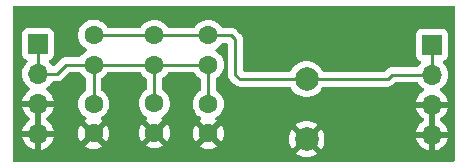
<source format=gbr>
%TF.GenerationSoftware,KiCad,Pcbnew,(6.0.7)*%
%TF.CreationDate,2024-06-12T17:15:33-04:00*%
%TF.ProjectId,DCR BPF V1,44435220-4250-4462-9056-312e6b696361,rev?*%
%TF.SameCoordinates,Original*%
%TF.FileFunction,Copper,L1,Top*%
%TF.FilePolarity,Positive*%
%FSLAX46Y46*%
G04 Gerber Fmt 4.6, Leading zero omitted, Abs format (unit mm)*
G04 Created by KiCad (PCBNEW (6.0.7)) date 2024-06-12 17:15:33*
%MOMM*%
%LPD*%
G01*
G04 APERTURE LIST*
%TA.AperFunction,ComponentPad*%
%ADD10C,1.600000*%
%TD*%
%TA.AperFunction,ComponentPad*%
%ADD11R,1.700000X1.700000*%
%TD*%
%TA.AperFunction,ComponentPad*%
%ADD12O,1.700000X1.700000*%
%TD*%
%TA.AperFunction,ComponentPad*%
%ADD13C,2.000000*%
%TD*%
%TA.AperFunction,Conductor*%
%ADD14C,0.250000*%
%TD*%
G04 APERTURE END LIST*
D10*
%TO.P,C5,1*%
%TO.N,Net-(C1-Pad1)*%
X54356000Y-59690000D03*
%TO.P,C5,2*%
%TO.N,Net-(C4-Pad2)*%
X54356000Y-57190000D03*
%TD*%
%TO.P,C6,1*%
%TO.N,Net-(C1-Pad1)*%
X58928000Y-59690000D03*
%TO.P,C6,2*%
%TO.N,Net-(C4-Pad2)*%
X58928000Y-57190000D03*
%TD*%
%TO.P,C3,1*%
%TO.N,Net-(C1-Pad1)*%
X58928000Y-62992000D03*
%TO.P,C3,2*%
%TO.N,GND*%
X58928000Y-65492000D03*
%TD*%
D11*
%TO.P,J1,1,Pin_1*%
%TO.N,Net-(C1-Pad1)*%
X44513500Y-57922000D03*
D12*
%TO.P,J1,2,Pin_2*%
X44513500Y-60462000D03*
%TO.P,J1,3,Pin_3*%
%TO.N,GND*%
X44513500Y-63002000D03*
%TO.P,J1,4,Pin_4*%
X44513500Y-65542000D03*
%TD*%
D10*
%TO.P,C4,1*%
%TO.N,Net-(C1-Pad1)*%
X49212500Y-59670000D03*
%TO.P,C4,2*%
%TO.N,Net-(C4-Pad2)*%
X49212500Y-57170000D03*
%TD*%
%TO.P,C1,1*%
%TO.N,Net-(C1-Pad1)*%
X49212500Y-62992000D03*
%TO.P,C1,2*%
%TO.N,GND*%
X49212500Y-65492000D03*
%TD*%
D11*
%TO.P,J2,1,Pin_1*%
%TO.N,Net-(C4-Pad2)*%
X77851000Y-57985500D03*
D12*
%TO.P,J2,2,Pin_2*%
X77851000Y-60525500D03*
%TO.P,J2,3,Pin_3*%
%TO.N,GND*%
X77851000Y-63065500D03*
%TO.P,J2,4,Pin_4*%
X77851000Y-65605500D03*
%TD*%
D13*
%TO.P,L1,1,1*%
%TO.N,Net-(C4-Pad2)*%
X67246500Y-60896500D03*
%TO.P,L1,2,2*%
%TO.N,GND*%
X67246500Y-65976500D03*
%TD*%
D10*
%TO.P,C2,1*%
%TO.N,Net-(C1-Pad1)*%
X54356000Y-62948500D03*
%TO.P,C2,2*%
%TO.N,GND*%
X54356000Y-65448500D03*
%TD*%
D14*
%TO.N,Net-(C1-Pad1)*%
X49212500Y-59670000D02*
X54336000Y-59670000D01*
X54356000Y-59690000D02*
X58928000Y-59690000D01*
X46091000Y-60462000D02*
X46883000Y-59670000D01*
X49212500Y-59670000D02*
X49212500Y-62992000D01*
X44513500Y-60462000D02*
X46091000Y-60462000D01*
X44513500Y-57922000D02*
X44513500Y-60462000D01*
X58928000Y-59690000D02*
X58928000Y-62992000D01*
X46883000Y-59670000D02*
X49212500Y-59670000D01*
X54356000Y-59690000D02*
X54356000Y-62948500D01*
X54336000Y-59670000D02*
X54356000Y-59690000D01*
%TO.N,Net-(C4-Pad2)*%
X75311000Y-60515500D02*
X75321000Y-60525500D01*
X67246500Y-60896500D02*
X74104500Y-60896500D01*
X49212500Y-57170000D02*
X54336000Y-57170000D01*
X54336000Y-57170000D02*
X54356000Y-57190000D01*
X60873000Y-57190000D02*
X61214000Y-57531000D01*
X61214000Y-60515500D02*
X61595000Y-60896500D01*
X61595000Y-60896500D02*
X67246500Y-60896500D01*
X54356000Y-57190000D02*
X58928000Y-57190000D01*
X74485500Y-60515500D02*
X75311000Y-60515500D01*
X58928000Y-57190000D02*
X60873000Y-57190000D01*
X61214000Y-57531000D02*
X61214000Y-60515500D01*
X75321000Y-60525500D02*
X77851000Y-60525500D01*
X77851000Y-57985500D02*
X77851000Y-60525500D01*
X74104500Y-60896500D02*
X74485500Y-60515500D01*
%TD*%
%TA.AperFunction,Conductor*%
%TO.N,GND*%
G36*
X79761121Y-54694002D02*
G01*
X79807614Y-54747658D01*
X79819000Y-54800000D01*
X79819000Y-67755000D01*
X79798998Y-67823121D01*
X79745342Y-67869614D01*
X79693000Y-67881000D01*
X42481000Y-67881000D01*
X42412879Y-67860998D01*
X42366386Y-67807342D01*
X42355000Y-67755000D01*
X42355000Y-67209170D01*
X66378660Y-67209170D01*
X66384387Y-67216820D01*
X66555542Y-67321705D01*
X66564337Y-67326187D01*
X66774488Y-67413234D01*
X66783873Y-67416283D01*
X67005054Y-67469385D01*
X67014801Y-67470928D01*
X67241570Y-67488775D01*
X67251430Y-67488775D01*
X67478199Y-67470928D01*
X67487946Y-67469385D01*
X67709127Y-67416283D01*
X67718512Y-67413234D01*
X67928663Y-67326187D01*
X67937458Y-67321705D01*
X68104945Y-67219068D01*
X68114407Y-67208610D01*
X68110624Y-67199834D01*
X67259312Y-66348522D01*
X67245368Y-66340908D01*
X67243535Y-66341039D01*
X67236920Y-66345290D01*
X66385420Y-67196790D01*
X66378660Y-67209170D01*
X42355000Y-67209170D01*
X42355000Y-65809966D01*
X43181757Y-65809966D01*
X43212065Y-65944446D01*
X43215145Y-65954275D01*
X43295270Y-66151603D01*
X43299913Y-66160794D01*
X43411194Y-66342388D01*
X43417277Y-66350699D01*
X43556713Y-66511667D01*
X43564080Y-66518883D01*
X43727934Y-66654916D01*
X43736381Y-66660831D01*
X43920256Y-66768279D01*
X43929542Y-66772729D01*
X44128501Y-66848703D01*
X44138399Y-66851579D01*
X44241750Y-66872606D01*
X44255799Y-66871410D01*
X44259500Y-66861065D01*
X44259500Y-66860517D01*
X44767500Y-66860517D01*
X44771564Y-66874359D01*
X44784978Y-66876393D01*
X44791684Y-66875534D01*
X44801762Y-66873392D01*
X45005755Y-66812191D01*
X45015342Y-66808433D01*
X45206595Y-66714739D01*
X45215445Y-66709464D01*
X45388828Y-66585792D01*
X45396700Y-66579139D01*
X45397781Y-66578062D01*
X48490993Y-66578062D01*
X48500289Y-66590077D01*
X48551494Y-66625931D01*
X48560989Y-66631414D01*
X48758447Y-66723490D01*
X48768739Y-66727236D01*
X48979188Y-66783625D01*
X48989981Y-66785528D01*
X49207025Y-66804517D01*
X49217975Y-66804517D01*
X49435019Y-66785528D01*
X49445812Y-66783625D01*
X49656261Y-66727236D01*
X49666553Y-66723490D01*
X49864011Y-66631414D01*
X49873506Y-66625931D01*
X49925548Y-66589491D01*
X49933924Y-66579012D01*
X49926856Y-66565566D01*
X49895852Y-66534562D01*
X53634493Y-66534562D01*
X53643789Y-66546577D01*
X53694994Y-66582431D01*
X53704489Y-66587914D01*
X53901947Y-66679990D01*
X53912239Y-66683736D01*
X54122688Y-66740125D01*
X54133481Y-66742028D01*
X54350525Y-66761017D01*
X54361475Y-66761017D01*
X54578519Y-66742028D01*
X54589312Y-66740125D01*
X54799761Y-66683736D01*
X54810053Y-66679990D01*
X55007511Y-66587914D01*
X55017006Y-66582431D01*
X55023246Y-66578062D01*
X58206493Y-66578062D01*
X58215789Y-66590077D01*
X58266994Y-66625931D01*
X58276489Y-66631414D01*
X58473947Y-66723490D01*
X58484239Y-66727236D01*
X58694688Y-66783625D01*
X58705481Y-66785528D01*
X58922525Y-66804517D01*
X58933475Y-66804517D01*
X59150519Y-66785528D01*
X59161312Y-66783625D01*
X59371761Y-66727236D01*
X59382053Y-66723490D01*
X59579511Y-66631414D01*
X59589006Y-66625931D01*
X59641048Y-66589491D01*
X59649424Y-66579012D01*
X59642356Y-66565566D01*
X58940812Y-65864022D01*
X58926868Y-65856408D01*
X58925035Y-65856539D01*
X58918420Y-65860790D01*
X58212923Y-66566287D01*
X58206493Y-66578062D01*
X55023246Y-66578062D01*
X55069048Y-66545991D01*
X55077424Y-66535512D01*
X55070356Y-66522066D01*
X54368812Y-65820522D01*
X54354868Y-65812908D01*
X54353035Y-65813039D01*
X54346420Y-65817290D01*
X53640923Y-66522787D01*
X53634493Y-66534562D01*
X49895852Y-66534562D01*
X49225312Y-65864022D01*
X49211368Y-65856408D01*
X49209535Y-65856539D01*
X49202920Y-65860790D01*
X48497423Y-66566287D01*
X48490993Y-66578062D01*
X45397781Y-66578062D01*
X45547552Y-66428812D01*
X45554230Y-66420965D01*
X45678503Y-66248020D01*
X45683813Y-66239183D01*
X45778170Y-66048267D01*
X45781969Y-66038672D01*
X45843877Y-65834910D01*
X45846055Y-65824837D01*
X45847486Y-65813962D01*
X45845275Y-65799778D01*
X45832117Y-65796000D01*
X44785615Y-65796000D01*
X44770376Y-65800475D01*
X44769171Y-65801865D01*
X44767500Y-65809548D01*
X44767500Y-66860517D01*
X44259500Y-66860517D01*
X44259500Y-65814115D01*
X44255025Y-65798876D01*
X44253635Y-65797671D01*
X44245952Y-65796000D01*
X43196725Y-65796000D01*
X43183194Y-65799973D01*
X43181757Y-65809966D01*
X42355000Y-65809966D01*
X42355000Y-65497475D01*
X47899983Y-65497475D01*
X47918972Y-65714519D01*
X47920875Y-65725312D01*
X47977264Y-65935761D01*
X47981010Y-65946053D01*
X48073086Y-66143511D01*
X48078569Y-66153006D01*
X48115009Y-66205048D01*
X48125488Y-66213424D01*
X48138934Y-66206356D01*
X48840478Y-65504812D01*
X48846856Y-65493132D01*
X49576908Y-65493132D01*
X49577039Y-65494965D01*
X49581290Y-65501580D01*
X50286787Y-66207077D01*
X50298562Y-66213507D01*
X50310577Y-66204211D01*
X50346431Y-66153006D01*
X50351914Y-66143511D01*
X50443990Y-65946053D01*
X50447736Y-65935761D01*
X50504125Y-65725312D01*
X50506028Y-65714519D01*
X50525017Y-65497475D01*
X50525017Y-65486525D01*
X50522169Y-65453975D01*
X53043483Y-65453975D01*
X53062472Y-65671019D01*
X53064375Y-65681812D01*
X53120764Y-65892261D01*
X53124510Y-65902553D01*
X53216586Y-66100011D01*
X53222069Y-66109506D01*
X53258509Y-66161548D01*
X53268988Y-66169924D01*
X53282434Y-66162856D01*
X53983978Y-65461312D01*
X53990356Y-65449632D01*
X54720408Y-65449632D01*
X54720539Y-65451465D01*
X54724790Y-65458080D01*
X55430287Y-66163577D01*
X55442062Y-66170007D01*
X55454077Y-66160711D01*
X55489931Y-66109506D01*
X55495414Y-66100011D01*
X55587490Y-65902553D01*
X55591236Y-65892261D01*
X55647625Y-65681812D01*
X55649528Y-65671019D01*
X55664711Y-65497475D01*
X57615483Y-65497475D01*
X57634472Y-65714519D01*
X57636375Y-65725312D01*
X57692764Y-65935761D01*
X57696510Y-65946053D01*
X57788586Y-66143511D01*
X57794069Y-66153006D01*
X57830509Y-66205048D01*
X57840988Y-66213424D01*
X57854434Y-66206356D01*
X58555978Y-65504812D01*
X58562356Y-65493132D01*
X59292408Y-65493132D01*
X59292539Y-65494965D01*
X59296790Y-65501580D01*
X60002287Y-66207077D01*
X60014062Y-66213507D01*
X60026077Y-66204211D01*
X60061931Y-66153006D01*
X60067414Y-66143511D01*
X60142993Y-65981430D01*
X65734225Y-65981430D01*
X65752072Y-66208199D01*
X65753615Y-66217946D01*
X65806717Y-66439127D01*
X65809766Y-66448512D01*
X65896813Y-66658663D01*
X65901295Y-66667458D01*
X66003932Y-66834945D01*
X66014390Y-66844407D01*
X66023166Y-66840624D01*
X66874478Y-65989312D01*
X66880856Y-65977632D01*
X67610908Y-65977632D01*
X67611039Y-65979465D01*
X67615290Y-65986080D01*
X68466790Y-66837580D01*
X68479170Y-66844340D01*
X68486820Y-66838613D01*
X68591705Y-66667458D01*
X68596187Y-66658663D01*
X68683234Y-66448512D01*
X68686283Y-66439127D01*
X68739385Y-66217946D01*
X68740928Y-66208199D01*
X68758775Y-65981430D01*
X68758775Y-65971570D01*
X68751054Y-65873466D01*
X76519257Y-65873466D01*
X76549565Y-66007946D01*
X76552645Y-66017775D01*
X76632770Y-66215103D01*
X76637413Y-66224294D01*
X76748694Y-66405888D01*
X76754777Y-66414199D01*
X76894213Y-66575167D01*
X76901580Y-66582383D01*
X77065434Y-66718416D01*
X77073881Y-66724331D01*
X77257756Y-66831779D01*
X77267042Y-66836229D01*
X77466001Y-66912203D01*
X77475899Y-66915079D01*
X77579250Y-66936106D01*
X77593299Y-66934910D01*
X77597000Y-66924565D01*
X77597000Y-66924017D01*
X78105000Y-66924017D01*
X78109064Y-66937859D01*
X78122478Y-66939893D01*
X78129184Y-66939034D01*
X78139262Y-66936892D01*
X78343255Y-66875691D01*
X78352842Y-66871933D01*
X78544095Y-66778239D01*
X78552945Y-66772964D01*
X78726328Y-66649292D01*
X78734200Y-66642639D01*
X78885052Y-66492312D01*
X78891730Y-66484465D01*
X79016003Y-66311520D01*
X79021313Y-66302683D01*
X79115670Y-66111767D01*
X79119469Y-66102172D01*
X79181377Y-65898410D01*
X79183555Y-65888337D01*
X79184986Y-65877462D01*
X79182775Y-65863278D01*
X79169617Y-65859500D01*
X78123115Y-65859500D01*
X78107876Y-65863975D01*
X78106671Y-65865365D01*
X78105000Y-65873048D01*
X78105000Y-66924017D01*
X77597000Y-66924017D01*
X77597000Y-65877615D01*
X77592525Y-65862376D01*
X77591135Y-65861171D01*
X77583452Y-65859500D01*
X76534225Y-65859500D01*
X76520694Y-65863473D01*
X76519257Y-65873466D01*
X68751054Y-65873466D01*
X68740928Y-65744801D01*
X68739385Y-65735054D01*
X68686283Y-65513873D01*
X68683234Y-65504488D01*
X68614970Y-65339683D01*
X76515389Y-65339683D01*
X76516912Y-65348107D01*
X76529292Y-65351500D01*
X77578885Y-65351500D01*
X77594124Y-65347025D01*
X77595329Y-65345635D01*
X77597000Y-65337952D01*
X77597000Y-65333385D01*
X78105000Y-65333385D01*
X78109475Y-65348624D01*
X78110865Y-65349829D01*
X78118548Y-65351500D01*
X79169344Y-65351500D01*
X79182875Y-65347527D01*
X79184180Y-65338447D01*
X79142214Y-65171375D01*
X79138894Y-65161624D01*
X79053972Y-64966314D01*
X79049105Y-64957239D01*
X78933426Y-64778426D01*
X78927136Y-64770257D01*
X78783806Y-64612740D01*
X78776273Y-64605715D01*
X78609139Y-64473722D01*
X78600552Y-64468017D01*
X78563116Y-64447351D01*
X78513146Y-64396919D01*
X78498374Y-64327476D01*
X78523490Y-64261071D01*
X78550842Y-64234464D01*
X78726327Y-64109292D01*
X78734200Y-64102639D01*
X78885052Y-63952312D01*
X78891730Y-63944465D01*
X79016003Y-63771520D01*
X79021313Y-63762683D01*
X79115670Y-63571767D01*
X79119469Y-63562172D01*
X79181377Y-63358410D01*
X79183555Y-63348337D01*
X79184986Y-63337462D01*
X79182775Y-63323278D01*
X79169617Y-63319500D01*
X78123115Y-63319500D01*
X78107876Y-63323975D01*
X78106671Y-63325365D01*
X78105000Y-63333048D01*
X78105000Y-65333385D01*
X77597000Y-65333385D01*
X77597000Y-63337615D01*
X77592525Y-63322376D01*
X77591135Y-63321171D01*
X77583452Y-63319500D01*
X76534225Y-63319500D01*
X76520694Y-63323473D01*
X76519257Y-63333466D01*
X76549565Y-63467946D01*
X76552645Y-63477775D01*
X76632770Y-63675103D01*
X76637413Y-63684294D01*
X76748694Y-63865888D01*
X76754777Y-63874199D01*
X76894213Y-64035167D01*
X76901580Y-64042383D01*
X77065434Y-64178416D01*
X77073881Y-64184331D01*
X77143479Y-64225001D01*
X77192203Y-64276640D01*
X77205274Y-64346423D01*
X77178543Y-64412194D01*
X77138087Y-64445553D01*
X77129462Y-64450042D01*
X77120738Y-64455536D01*
X76950433Y-64583405D01*
X76942726Y-64590248D01*
X76795590Y-64744217D01*
X76789104Y-64752227D01*
X76669098Y-64928149D01*
X76664000Y-64937123D01*
X76574338Y-65130283D01*
X76570775Y-65139970D01*
X76515389Y-65339683D01*
X68614970Y-65339683D01*
X68596187Y-65294337D01*
X68591705Y-65285542D01*
X68489068Y-65118055D01*
X68478610Y-65108593D01*
X68469834Y-65112376D01*
X67618522Y-65963688D01*
X67610908Y-65977632D01*
X66880856Y-65977632D01*
X66882092Y-65975368D01*
X66881961Y-65973535D01*
X66877710Y-65966920D01*
X66026210Y-65115420D01*
X66013830Y-65108660D01*
X66006180Y-65114387D01*
X65901295Y-65285542D01*
X65896813Y-65294337D01*
X65809766Y-65504488D01*
X65806717Y-65513873D01*
X65753615Y-65735054D01*
X65752072Y-65744801D01*
X65734225Y-65971570D01*
X65734225Y-65981430D01*
X60142993Y-65981430D01*
X60159490Y-65946053D01*
X60163236Y-65935761D01*
X60219625Y-65725312D01*
X60221528Y-65714519D01*
X60240517Y-65497475D01*
X60240517Y-65486525D01*
X60221528Y-65269481D01*
X60219625Y-65258688D01*
X60163236Y-65048239D01*
X60159490Y-65037947D01*
X60067414Y-64840489D01*
X60061931Y-64830994D01*
X60025491Y-64778952D01*
X60015012Y-64770576D01*
X60001566Y-64777644D01*
X59300022Y-65479188D01*
X59292408Y-65493132D01*
X58562356Y-65493132D01*
X58563592Y-65490868D01*
X58563461Y-65489035D01*
X58559210Y-65482420D01*
X57853713Y-64776923D01*
X57841938Y-64770493D01*
X57829923Y-64779789D01*
X57794069Y-64830994D01*
X57788586Y-64840489D01*
X57696510Y-65037947D01*
X57692764Y-65048239D01*
X57636375Y-65258688D01*
X57634472Y-65269481D01*
X57615483Y-65486525D01*
X57615483Y-65497475D01*
X55664711Y-65497475D01*
X55668517Y-65453975D01*
X55668517Y-65443025D01*
X55649528Y-65225981D01*
X55647625Y-65215188D01*
X55591236Y-65004739D01*
X55587490Y-64994447D01*
X55495414Y-64796989D01*
X55489931Y-64787494D01*
X55453491Y-64735452D01*
X55443012Y-64727076D01*
X55429566Y-64734144D01*
X54728022Y-65435688D01*
X54720408Y-65449632D01*
X53990356Y-65449632D01*
X53991592Y-65447368D01*
X53991461Y-65445535D01*
X53987210Y-65438920D01*
X53281713Y-64733423D01*
X53269938Y-64726993D01*
X53257923Y-64736289D01*
X53222069Y-64787494D01*
X53216586Y-64796989D01*
X53124510Y-64994447D01*
X53120764Y-65004739D01*
X53064375Y-65215188D01*
X53062472Y-65225981D01*
X53043483Y-65443025D01*
X53043483Y-65453975D01*
X50522169Y-65453975D01*
X50506028Y-65269481D01*
X50504125Y-65258688D01*
X50447736Y-65048239D01*
X50443990Y-65037947D01*
X50351914Y-64840489D01*
X50346431Y-64830994D01*
X50309991Y-64778952D01*
X50299512Y-64770576D01*
X50286066Y-64777644D01*
X49584522Y-65479188D01*
X49576908Y-65493132D01*
X48846856Y-65493132D01*
X48848092Y-65490868D01*
X48847961Y-65489035D01*
X48843710Y-65482420D01*
X48138213Y-64776923D01*
X48126438Y-64770493D01*
X48114423Y-64779789D01*
X48078569Y-64830994D01*
X48073086Y-64840489D01*
X47981010Y-65037947D01*
X47977264Y-65048239D01*
X47920875Y-65258688D01*
X47918972Y-65269481D01*
X47899983Y-65486525D01*
X47899983Y-65497475D01*
X42355000Y-65497475D01*
X42355000Y-65276183D01*
X43177889Y-65276183D01*
X43179412Y-65284607D01*
X43191792Y-65288000D01*
X44241385Y-65288000D01*
X44256624Y-65283525D01*
X44257829Y-65282135D01*
X44259500Y-65274452D01*
X44259500Y-65269885D01*
X44767500Y-65269885D01*
X44771975Y-65285124D01*
X44773365Y-65286329D01*
X44781048Y-65288000D01*
X45831844Y-65288000D01*
X45845375Y-65284027D01*
X45846680Y-65274947D01*
X45804714Y-65107875D01*
X45801394Y-65098124D01*
X45716472Y-64902814D01*
X45711605Y-64893739D01*
X45595926Y-64714926D01*
X45589636Y-64706757D01*
X45446306Y-64549240D01*
X45438773Y-64542215D01*
X45271639Y-64410222D01*
X45263052Y-64404517D01*
X45225616Y-64383851D01*
X45175646Y-64333419D01*
X45160874Y-64263976D01*
X45185990Y-64197571D01*
X45213342Y-64170964D01*
X45388827Y-64045792D01*
X45396700Y-64039139D01*
X45547552Y-63888812D01*
X45554230Y-63880965D01*
X45678503Y-63708020D01*
X45683813Y-63699183D01*
X45778170Y-63508267D01*
X45781969Y-63498672D01*
X45843877Y-63294910D01*
X45846055Y-63284837D01*
X45847486Y-63273962D01*
X45845275Y-63259778D01*
X45832117Y-63256000D01*
X44785615Y-63256000D01*
X44770376Y-63260475D01*
X44769171Y-63261865D01*
X44767500Y-63269548D01*
X44767500Y-65269885D01*
X44259500Y-65269885D01*
X44259500Y-63274115D01*
X44255025Y-63258876D01*
X44253635Y-63257671D01*
X44245952Y-63256000D01*
X43196725Y-63256000D01*
X43183194Y-63259973D01*
X43181757Y-63269966D01*
X43212065Y-63404446D01*
X43215145Y-63414275D01*
X43295270Y-63611603D01*
X43299913Y-63620794D01*
X43411194Y-63802388D01*
X43417277Y-63810699D01*
X43556713Y-63971667D01*
X43564080Y-63978883D01*
X43727934Y-64114916D01*
X43736381Y-64120831D01*
X43805979Y-64161501D01*
X43854703Y-64213140D01*
X43867774Y-64282923D01*
X43841043Y-64348694D01*
X43800587Y-64382053D01*
X43791962Y-64386542D01*
X43783238Y-64392036D01*
X43612933Y-64519905D01*
X43605226Y-64526748D01*
X43458090Y-64680717D01*
X43451604Y-64688727D01*
X43331598Y-64864649D01*
X43326500Y-64873623D01*
X43236838Y-65066783D01*
X43233275Y-65076470D01*
X43177889Y-65276183D01*
X42355000Y-65276183D01*
X42355000Y-60428695D01*
X43150751Y-60428695D01*
X43151048Y-60433848D01*
X43151048Y-60433851D01*
X43159979Y-60588740D01*
X43163610Y-60651715D01*
X43164747Y-60656761D01*
X43164748Y-60656767D01*
X43177965Y-60715412D01*
X43212722Y-60869639D01*
X43272514Y-61016890D01*
X43290162Y-61060351D01*
X43296766Y-61076616D01*
X43413487Y-61267088D01*
X43559750Y-61435938D01*
X43731626Y-61578632D01*
X43805455Y-61621774D01*
X43854179Y-61673412D01*
X43867250Y-61743195D01*
X43840519Y-61808967D01*
X43800062Y-61842327D01*
X43791957Y-61846546D01*
X43783238Y-61852036D01*
X43612933Y-61979905D01*
X43605226Y-61986748D01*
X43458090Y-62140717D01*
X43451604Y-62148727D01*
X43331598Y-62324649D01*
X43326500Y-62333623D01*
X43236838Y-62526783D01*
X43233275Y-62536470D01*
X43177889Y-62736183D01*
X43179412Y-62744607D01*
X43191792Y-62748000D01*
X45831844Y-62748000D01*
X45845375Y-62744027D01*
X45846680Y-62734947D01*
X45804714Y-62567875D01*
X45801394Y-62558124D01*
X45716472Y-62362814D01*
X45711605Y-62353739D01*
X45595926Y-62174926D01*
X45589636Y-62166757D01*
X45446306Y-62009240D01*
X45438773Y-62002215D01*
X45271639Y-61870222D01*
X45263056Y-61864520D01*
X45226102Y-61844120D01*
X45176131Y-61793687D01*
X45161359Y-61724245D01*
X45186475Y-61657839D01*
X45213827Y-61631232D01*
X45280797Y-61583463D01*
X45393360Y-61503173D01*
X45400047Y-61496510D01*
X45492085Y-61404792D01*
X45551596Y-61345489D01*
X45562304Y-61330588D01*
X45678935Y-61168277D01*
X45681953Y-61164077D01*
X45684246Y-61159437D01*
X45685946Y-61156608D01*
X45738174Y-61108518D01*
X45793951Y-61095500D01*
X46012233Y-61095500D01*
X46023416Y-61096027D01*
X46030909Y-61097702D01*
X46038835Y-61097453D01*
X46038836Y-61097453D01*
X46098986Y-61095562D01*
X46102945Y-61095500D01*
X46130856Y-61095500D01*
X46134791Y-61095003D01*
X46134856Y-61094995D01*
X46146693Y-61094062D01*
X46178951Y-61093048D01*
X46182970Y-61092922D01*
X46190889Y-61092673D01*
X46210343Y-61087021D01*
X46229700Y-61083013D01*
X46241930Y-61081468D01*
X46241931Y-61081468D01*
X46249797Y-61080474D01*
X46257168Y-61077555D01*
X46257170Y-61077555D01*
X46290912Y-61064196D01*
X46302142Y-61060351D01*
X46336983Y-61050229D01*
X46336984Y-61050229D01*
X46344593Y-61048018D01*
X46351412Y-61043985D01*
X46351417Y-61043983D01*
X46362028Y-61037707D01*
X46379776Y-61029012D01*
X46398617Y-61021552D01*
X46434387Y-60995564D01*
X46444307Y-60989048D01*
X46475535Y-60970580D01*
X46475538Y-60970578D01*
X46482362Y-60966542D01*
X46496683Y-60952221D01*
X46511717Y-60939380D01*
X46528107Y-60927472D01*
X46556298Y-60893395D01*
X46564288Y-60884616D01*
X47108499Y-60340405D01*
X47170811Y-60306379D01*
X47197594Y-60303500D01*
X47993106Y-60303500D01*
X48061227Y-60323502D01*
X48096319Y-60357229D01*
X48203143Y-60509789D01*
X48206302Y-60514300D01*
X48368200Y-60676198D01*
X48372708Y-60679355D01*
X48372711Y-60679357D01*
X48525271Y-60786181D01*
X48569599Y-60841638D01*
X48579000Y-60889394D01*
X48579000Y-61772606D01*
X48558998Y-61840727D01*
X48525271Y-61875819D01*
X48372711Y-61982643D01*
X48372708Y-61982645D01*
X48368200Y-61985802D01*
X48206302Y-62147700D01*
X48203145Y-62152208D01*
X48203143Y-62152211D01*
X48148495Y-62230257D01*
X48074977Y-62335251D01*
X48072654Y-62340233D01*
X48072651Y-62340238D01*
X48032514Y-62426314D01*
X47978216Y-62542757D01*
X47976794Y-62548065D01*
X47976793Y-62548067D01*
X47926718Y-62734947D01*
X47918957Y-62763913D01*
X47899002Y-62992000D01*
X47918957Y-63220087D01*
X47920381Y-63225400D01*
X47920381Y-63225402D01*
X47946043Y-63321171D01*
X47978216Y-63441243D01*
X47980539Y-63446224D01*
X47980539Y-63446225D01*
X48072651Y-63643762D01*
X48072654Y-63643767D01*
X48074977Y-63648749D01*
X48116479Y-63708020D01*
X48178572Y-63796697D01*
X48206302Y-63836300D01*
X48368200Y-63998198D01*
X48372708Y-64001355D01*
X48372711Y-64001357D01*
X48436171Y-64045792D01*
X48555751Y-64129523D01*
X48560735Y-64131847D01*
X48563028Y-64133171D01*
X48612021Y-64184553D01*
X48625457Y-64254267D01*
X48599071Y-64320178D01*
X48563028Y-64351409D01*
X48551498Y-64358066D01*
X48499452Y-64394509D01*
X48491076Y-64404988D01*
X48498144Y-64418434D01*
X49199688Y-65119978D01*
X49213632Y-65127592D01*
X49215465Y-65127461D01*
X49222080Y-65123210D01*
X49927577Y-64417713D01*
X49934007Y-64405938D01*
X49924711Y-64393923D01*
X49873502Y-64358066D01*
X49861972Y-64351409D01*
X49812979Y-64300027D01*
X49799542Y-64230313D01*
X49825929Y-64164402D01*
X49861972Y-64133171D01*
X49864265Y-64131847D01*
X49869249Y-64129523D01*
X49988829Y-64045792D01*
X50052289Y-64001357D01*
X50052292Y-64001355D01*
X50056800Y-63998198D01*
X50218698Y-63836300D01*
X50246429Y-63796697D01*
X50308521Y-63708020D01*
X50350023Y-63648749D01*
X50352346Y-63643767D01*
X50352349Y-63643762D01*
X50444461Y-63446225D01*
X50444461Y-63446224D01*
X50446784Y-63441243D01*
X50478958Y-63321171D01*
X50504619Y-63225402D01*
X50504619Y-63225400D01*
X50506043Y-63220087D01*
X50525998Y-62992000D01*
X50506043Y-62763913D01*
X50498282Y-62734947D01*
X50448207Y-62548067D01*
X50448206Y-62548065D01*
X50446784Y-62542757D01*
X50392486Y-62426314D01*
X50352349Y-62340238D01*
X50352346Y-62340233D01*
X50350023Y-62335251D01*
X50276505Y-62230257D01*
X50221857Y-62152211D01*
X50221855Y-62152208D01*
X50218698Y-62147700D01*
X50056800Y-61985802D01*
X50052292Y-61982645D01*
X50052289Y-61982643D01*
X49899729Y-61875819D01*
X49855401Y-61820362D01*
X49846000Y-61772606D01*
X49846000Y-60889394D01*
X49866002Y-60821273D01*
X49899729Y-60786181D01*
X50052289Y-60679357D01*
X50052292Y-60679355D01*
X50056800Y-60676198D01*
X50218698Y-60514300D01*
X50221857Y-60509789D01*
X50328681Y-60357229D01*
X50384138Y-60312901D01*
X50431894Y-60303500D01*
X53122602Y-60303500D01*
X53190723Y-60323502D01*
X53225815Y-60357229D01*
X53343611Y-60525458D01*
X53349802Y-60534300D01*
X53511700Y-60696198D01*
X53516208Y-60699355D01*
X53516211Y-60699357D01*
X53668771Y-60806181D01*
X53713099Y-60861638D01*
X53722500Y-60909394D01*
X53722500Y-61729106D01*
X53702498Y-61797227D01*
X53668771Y-61832319D01*
X53516211Y-61939143D01*
X53516208Y-61939145D01*
X53511700Y-61942302D01*
X53349802Y-62104200D01*
X53346645Y-62108708D01*
X53346643Y-62108711D01*
X53319343Y-62147700D01*
X53218477Y-62291751D01*
X53216154Y-62296733D01*
X53216151Y-62296738D01*
X53124039Y-62494275D01*
X53121716Y-62499257D01*
X53120294Y-62504565D01*
X53120293Y-62504567D01*
X53086315Y-62631375D01*
X53062457Y-62720413D01*
X53042502Y-62948500D01*
X53062457Y-63176587D01*
X53063881Y-63181900D01*
X53063881Y-63181902D01*
X53108478Y-63348337D01*
X53121716Y-63397743D01*
X53124039Y-63402724D01*
X53124039Y-63402725D01*
X53216151Y-63600262D01*
X53216154Y-63600267D01*
X53218477Y-63605249D01*
X53290438Y-63708020D01*
X53334902Y-63771520D01*
X53349802Y-63792800D01*
X53511700Y-63954698D01*
X53516208Y-63957855D01*
X53516211Y-63957857D01*
X53568259Y-63994301D01*
X53699251Y-64086023D01*
X53704235Y-64088347D01*
X53706528Y-64089671D01*
X53755521Y-64141053D01*
X53768957Y-64210767D01*
X53742571Y-64276678D01*
X53706528Y-64307909D01*
X53694998Y-64314566D01*
X53642952Y-64351009D01*
X53634576Y-64361488D01*
X53641644Y-64374934D01*
X54343188Y-65076478D01*
X54357132Y-65084092D01*
X54358965Y-65083961D01*
X54365580Y-65079710D01*
X55071077Y-64374213D01*
X55077507Y-64362438D01*
X55068211Y-64350423D01*
X55017002Y-64314566D01*
X55005472Y-64307909D01*
X54956479Y-64256527D01*
X54943042Y-64186813D01*
X54969429Y-64120902D01*
X55005472Y-64089671D01*
X55007765Y-64088347D01*
X55012749Y-64086023D01*
X55143741Y-63994301D01*
X55195789Y-63957857D01*
X55195792Y-63957855D01*
X55200300Y-63954698D01*
X55362198Y-63792800D01*
X55377099Y-63771520D01*
X55421562Y-63708020D01*
X55493523Y-63605249D01*
X55495846Y-63600267D01*
X55495849Y-63600262D01*
X55587961Y-63402725D01*
X55587961Y-63402724D01*
X55590284Y-63397743D01*
X55603523Y-63348337D01*
X55648119Y-63181902D01*
X55648119Y-63181900D01*
X55649543Y-63176587D01*
X55669498Y-62948500D01*
X55649543Y-62720413D01*
X55625685Y-62631375D01*
X55591707Y-62504567D01*
X55591706Y-62504565D01*
X55590284Y-62499257D01*
X55587961Y-62494275D01*
X55495849Y-62296738D01*
X55495846Y-62296733D01*
X55493523Y-62291751D01*
X55392657Y-62147700D01*
X55365357Y-62108711D01*
X55365355Y-62108708D01*
X55362198Y-62104200D01*
X55200300Y-61942302D01*
X55195792Y-61939145D01*
X55195789Y-61939143D01*
X55043229Y-61832319D01*
X54998901Y-61776862D01*
X54989500Y-61729106D01*
X54989500Y-60909394D01*
X55009502Y-60841273D01*
X55043229Y-60806181D01*
X55195789Y-60699357D01*
X55195792Y-60699355D01*
X55200300Y-60696198D01*
X55362198Y-60534300D01*
X55368360Y-60525500D01*
X55472181Y-60377229D01*
X55527638Y-60332901D01*
X55575394Y-60323500D01*
X57708606Y-60323500D01*
X57776727Y-60343502D01*
X57811819Y-60377229D01*
X57915640Y-60525500D01*
X57921802Y-60534300D01*
X58083700Y-60696198D01*
X58088208Y-60699355D01*
X58088211Y-60699357D01*
X58240771Y-60806181D01*
X58285099Y-60861638D01*
X58294500Y-60909394D01*
X58294500Y-61772606D01*
X58274498Y-61840727D01*
X58240771Y-61875819D01*
X58088211Y-61982643D01*
X58088208Y-61982645D01*
X58083700Y-61985802D01*
X57921802Y-62147700D01*
X57918645Y-62152208D01*
X57918643Y-62152211D01*
X57863995Y-62230257D01*
X57790477Y-62335251D01*
X57788154Y-62340233D01*
X57788151Y-62340238D01*
X57748014Y-62426314D01*
X57693716Y-62542757D01*
X57692294Y-62548065D01*
X57692293Y-62548067D01*
X57642218Y-62734947D01*
X57634457Y-62763913D01*
X57614502Y-62992000D01*
X57634457Y-63220087D01*
X57635881Y-63225400D01*
X57635881Y-63225402D01*
X57661543Y-63321171D01*
X57693716Y-63441243D01*
X57696039Y-63446224D01*
X57696039Y-63446225D01*
X57788151Y-63643762D01*
X57788154Y-63643767D01*
X57790477Y-63648749D01*
X57831979Y-63708020D01*
X57894072Y-63796697D01*
X57921802Y-63836300D01*
X58083700Y-63998198D01*
X58088208Y-64001355D01*
X58088211Y-64001357D01*
X58151671Y-64045792D01*
X58271251Y-64129523D01*
X58276235Y-64131847D01*
X58278528Y-64133171D01*
X58327521Y-64184553D01*
X58340957Y-64254267D01*
X58314571Y-64320178D01*
X58278528Y-64351409D01*
X58266998Y-64358066D01*
X58214952Y-64394509D01*
X58206576Y-64404988D01*
X58213644Y-64418434D01*
X58915188Y-65119978D01*
X58929132Y-65127592D01*
X58930965Y-65127461D01*
X58937580Y-65123210D01*
X59316400Y-64744390D01*
X66378593Y-64744390D01*
X66382376Y-64753166D01*
X67233688Y-65604478D01*
X67247632Y-65612092D01*
X67249465Y-65611961D01*
X67256080Y-65607710D01*
X68107580Y-64756210D01*
X68114340Y-64743830D01*
X68108613Y-64736180D01*
X67937458Y-64631295D01*
X67928663Y-64626813D01*
X67718512Y-64539766D01*
X67709127Y-64536717D01*
X67487946Y-64483615D01*
X67478199Y-64482072D01*
X67251430Y-64464225D01*
X67241570Y-64464225D01*
X67014801Y-64482072D01*
X67005054Y-64483615D01*
X66783873Y-64536717D01*
X66774488Y-64539766D01*
X66564337Y-64626813D01*
X66555542Y-64631295D01*
X66388055Y-64733932D01*
X66378593Y-64744390D01*
X59316400Y-64744390D01*
X59643077Y-64417713D01*
X59649507Y-64405938D01*
X59640211Y-64393923D01*
X59589002Y-64358066D01*
X59577472Y-64351409D01*
X59528479Y-64300027D01*
X59515042Y-64230313D01*
X59541429Y-64164402D01*
X59577472Y-64133171D01*
X59579765Y-64131847D01*
X59584749Y-64129523D01*
X59704329Y-64045792D01*
X59767789Y-64001357D01*
X59767792Y-64001355D01*
X59772300Y-63998198D01*
X59934198Y-63836300D01*
X59961929Y-63796697D01*
X60024021Y-63708020D01*
X60065523Y-63648749D01*
X60067846Y-63643767D01*
X60067849Y-63643762D01*
X60159961Y-63446225D01*
X60159961Y-63446224D01*
X60162284Y-63441243D01*
X60194458Y-63321171D01*
X60220119Y-63225402D01*
X60220119Y-63225400D01*
X60221543Y-63220087D01*
X60241498Y-62992000D01*
X60221543Y-62763913D01*
X60213782Y-62734947D01*
X60163707Y-62548067D01*
X60163706Y-62548065D01*
X60162284Y-62542757D01*
X60107986Y-62426314D01*
X60067849Y-62340238D01*
X60067846Y-62340233D01*
X60065523Y-62335251D01*
X59992005Y-62230257D01*
X59937357Y-62152211D01*
X59937355Y-62152208D01*
X59934198Y-62147700D01*
X59772300Y-61985802D01*
X59767792Y-61982645D01*
X59767789Y-61982643D01*
X59615229Y-61875819D01*
X59570901Y-61820362D01*
X59561500Y-61772606D01*
X59561500Y-60909394D01*
X59581502Y-60841273D01*
X59615229Y-60806181D01*
X59767789Y-60699357D01*
X59767792Y-60699355D01*
X59772300Y-60696198D01*
X59934198Y-60534300D01*
X59940390Y-60525458D01*
X60011738Y-60423562D01*
X60065523Y-60346749D01*
X60067846Y-60341767D01*
X60067849Y-60341762D01*
X60159961Y-60144225D01*
X60159961Y-60144224D01*
X60162284Y-60139243D01*
X60176497Y-60086202D01*
X60220119Y-59923402D01*
X60220119Y-59923400D01*
X60221543Y-59918087D01*
X60241498Y-59690000D01*
X60221543Y-59461913D01*
X60220023Y-59456240D01*
X60163707Y-59246067D01*
X60163706Y-59246065D01*
X60162284Y-59240757D01*
X60151313Y-59217229D01*
X60067849Y-59038238D01*
X60067846Y-59038233D01*
X60065523Y-59033251D01*
X59965018Y-58889715D01*
X59937357Y-58850211D01*
X59937355Y-58850208D01*
X59934198Y-58845700D01*
X59772300Y-58683802D01*
X59767792Y-58680645D01*
X59767789Y-58680643D01*
X59589253Y-58555631D01*
X59584749Y-58552477D01*
X59579767Y-58550154D01*
X59577973Y-58549118D01*
X59528981Y-58497734D01*
X59515546Y-58428021D01*
X59541934Y-58362110D01*
X59577973Y-58330882D01*
X59579767Y-58329846D01*
X59584749Y-58327523D01*
X59664124Y-58271944D01*
X59767789Y-58199357D01*
X59767792Y-58199355D01*
X59772300Y-58196198D01*
X59934198Y-58034300D01*
X59937357Y-58029789D01*
X60044181Y-57877229D01*
X60099638Y-57832901D01*
X60147394Y-57823500D01*
X60454500Y-57823500D01*
X60522621Y-57843502D01*
X60569114Y-57897158D01*
X60580500Y-57949500D01*
X60580500Y-60436733D01*
X60579973Y-60447916D01*
X60578298Y-60455409D01*
X60578547Y-60463335D01*
X60578547Y-60463336D01*
X60580438Y-60523486D01*
X60580500Y-60527445D01*
X60580500Y-60555356D01*
X60580997Y-60559290D01*
X60580997Y-60559291D01*
X60581005Y-60559356D01*
X60581938Y-60571193D01*
X60583327Y-60615389D01*
X60588978Y-60634839D01*
X60592987Y-60654200D01*
X60595526Y-60674297D01*
X60598445Y-60681668D01*
X60598445Y-60681670D01*
X60611804Y-60715412D01*
X60615649Y-60726642D01*
X60627982Y-60769093D01*
X60632015Y-60775912D01*
X60632017Y-60775917D01*
X60638293Y-60786528D01*
X60646988Y-60804276D01*
X60654448Y-60823117D01*
X60659110Y-60829533D01*
X60659110Y-60829534D01*
X60680436Y-60858887D01*
X60686952Y-60868807D01*
X60701494Y-60893395D01*
X60709458Y-60906862D01*
X60723779Y-60921183D01*
X60736619Y-60936216D01*
X60748528Y-60952607D01*
X60770254Y-60970580D01*
X60782605Y-60980798D01*
X60791384Y-60988788D01*
X61091343Y-61288747D01*
X61098887Y-61297037D01*
X61103000Y-61303518D01*
X61108777Y-61308943D01*
X61152667Y-61350158D01*
X61155509Y-61352913D01*
X61175230Y-61372634D01*
X61178425Y-61375112D01*
X61187447Y-61382818D01*
X61219679Y-61413086D01*
X61226628Y-61416906D01*
X61237432Y-61422846D01*
X61253956Y-61433699D01*
X61269959Y-61446113D01*
X61310543Y-61463676D01*
X61321173Y-61468883D01*
X61359940Y-61490195D01*
X61367617Y-61492166D01*
X61367622Y-61492168D01*
X61379558Y-61495232D01*
X61398266Y-61501637D01*
X61416855Y-61509681D01*
X61424680Y-61510920D01*
X61424682Y-61510921D01*
X61460519Y-61516597D01*
X61472140Y-61519004D01*
X61503959Y-61527173D01*
X61514970Y-61530000D01*
X61535231Y-61530000D01*
X61554940Y-61531551D01*
X61574943Y-61534719D01*
X61582835Y-61533973D01*
X61588062Y-61533479D01*
X61618954Y-61530559D01*
X61630811Y-61530000D01*
X65794934Y-61530000D01*
X65863055Y-61550002D01*
X65902367Y-61590165D01*
X66019741Y-61781702D01*
X66019745Y-61781708D01*
X66022324Y-61785916D01*
X66176531Y-61966469D01*
X66180287Y-61969677D01*
X66195468Y-61982643D01*
X66357084Y-62120676D01*
X66361292Y-62123255D01*
X66361298Y-62123259D01*
X66555317Y-62242154D01*
X66559537Y-62244740D01*
X66564107Y-62246633D01*
X66564111Y-62246635D01*
X66767168Y-62330743D01*
X66778906Y-62335605D01*
X66854440Y-62353739D01*
X67004976Y-62389880D01*
X67004982Y-62389881D01*
X67009789Y-62391035D01*
X67246500Y-62409665D01*
X67483211Y-62391035D01*
X67488018Y-62389881D01*
X67488024Y-62389880D01*
X67638560Y-62353739D01*
X67714094Y-62335605D01*
X67725832Y-62330743D01*
X67928889Y-62246635D01*
X67928893Y-62246633D01*
X67933463Y-62244740D01*
X67937683Y-62242154D01*
X68131702Y-62123259D01*
X68131708Y-62123255D01*
X68135916Y-62120676D01*
X68297532Y-61982643D01*
X68312713Y-61969677D01*
X68316469Y-61966469D01*
X68470676Y-61785916D01*
X68473255Y-61781708D01*
X68473259Y-61781702D01*
X68590633Y-61590165D01*
X68643281Y-61542534D01*
X68698066Y-61530000D01*
X74025733Y-61530000D01*
X74036916Y-61530527D01*
X74044409Y-61532202D01*
X74052335Y-61531953D01*
X74052336Y-61531953D01*
X74112486Y-61530062D01*
X74116445Y-61530000D01*
X74144356Y-61530000D01*
X74148291Y-61529503D01*
X74148356Y-61529495D01*
X74160193Y-61528562D01*
X74192451Y-61527548D01*
X74196470Y-61527422D01*
X74204389Y-61527173D01*
X74223843Y-61521521D01*
X74243200Y-61517513D01*
X74255430Y-61515968D01*
X74255431Y-61515968D01*
X74263297Y-61514974D01*
X74270668Y-61512055D01*
X74270670Y-61512055D01*
X74304412Y-61498696D01*
X74315642Y-61494851D01*
X74350483Y-61484729D01*
X74350484Y-61484729D01*
X74358093Y-61482518D01*
X74364912Y-61478485D01*
X74364917Y-61478483D01*
X74375528Y-61472207D01*
X74393276Y-61463512D01*
X74412117Y-61456052D01*
X74432487Y-61441253D01*
X74447887Y-61430064D01*
X74457807Y-61423548D01*
X74489035Y-61405080D01*
X74489038Y-61405078D01*
X74495862Y-61401042D01*
X74510183Y-61386721D01*
X74525217Y-61373880D01*
X74526932Y-61372634D01*
X74541607Y-61361972D01*
X74569798Y-61327895D01*
X74577788Y-61319116D01*
X74710999Y-61185905D01*
X74773311Y-61151879D01*
X74800094Y-61149000D01*
X75186107Y-61149000D01*
X75217442Y-61152959D01*
X75240970Y-61159000D01*
X75261224Y-61159000D01*
X75280934Y-61160551D01*
X75300943Y-61163720D01*
X75308835Y-61162974D01*
X75344961Y-61159559D01*
X75356819Y-61159000D01*
X76575274Y-61159000D01*
X76643395Y-61179002D01*
X76682707Y-61219165D01*
X76750987Y-61330588D01*
X76897250Y-61499438D01*
X77069126Y-61642132D01*
X77122656Y-61673412D01*
X77142955Y-61685274D01*
X77191679Y-61736912D01*
X77204750Y-61806695D01*
X77178019Y-61872467D01*
X77137562Y-61905827D01*
X77129457Y-61910046D01*
X77120738Y-61915536D01*
X76950433Y-62043405D01*
X76942726Y-62050248D01*
X76795590Y-62204217D01*
X76789104Y-62212227D01*
X76669098Y-62388149D01*
X76664000Y-62397123D01*
X76574338Y-62590283D01*
X76570775Y-62599970D01*
X76515389Y-62799683D01*
X76516912Y-62808107D01*
X76529292Y-62811500D01*
X79169344Y-62811500D01*
X79182875Y-62807527D01*
X79184180Y-62798447D01*
X79142214Y-62631375D01*
X79138894Y-62621624D01*
X79053972Y-62426314D01*
X79049105Y-62417239D01*
X78933426Y-62238426D01*
X78927136Y-62230257D01*
X78783806Y-62072740D01*
X78776273Y-62065715D01*
X78609139Y-61933722D01*
X78600556Y-61928020D01*
X78563602Y-61907620D01*
X78513631Y-61857187D01*
X78498859Y-61787745D01*
X78523975Y-61721339D01*
X78551327Y-61694732D01*
X78603049Y-61657839D01*
X78730860Y-61566673D01*
X78747590Y-61550002D01*
X78841868Y-61456052D01*
X78889096Y-61408989D01*
X78894807Y-61401042D01*
X79016435Y-61231777D01*
X79019453Y-61227577D01*
X79023611Y-61219165D01*
X79116136Y-61031953D01*
X79116137Y-61031951D01*
X79118430Y-61027311D01*
X79161784Y-60884616D01*
X79181865Y-60818523D01*
X79181865Y-60818521D01*
X79183370Y-60813569D01*
X79212529Y-60592090D01*
X79212611Y-60588740D01*
X79214074Y-60528865D01*
X79214074Y-60528861D01*
X79214156Y-60525500D01*
X79195852Y-60302861D01*
X79141431Y-60086202D01*
X79052354Y-59881340D01*
X78931014Y-59693777D01*
X78927532Y-59689950D01*
X78783798Y-59531988D01*
X78752746Y-59468142D01*
X78761141Y-59397643D01*
X78806317Y-59342875D01*
X78832761Y-59329206D01*
X78939297Y-59289267D01*
X78947705Y-59286115D01*
X79064261Y-59198761D01*
X79151615Y-59082205D01*
X79202745Y-58945816D01*
X79209500Y-58883634D01*
X79209500Y-57087366D01*
X79202745Y-57025184D01*
X79151615Y-56888795D01*
X79064261Y-56772239D01*
X78947705Y-56684885D01*
X78811316Y-56633755D01*
X78749134Y-56627000D01*
X76952866Y-56627000D01*
X76890684Y-56633755D01*
X76754295Y-56684885D01*
X76637739Y-56772239D01*
X76550385Y-56888795D01*
X76499255Y-57025184D01*
X76492500Y-57087366D01*
X76492500Y-58883634D01*
X76499255Y-58945816D01*
X76550385Y-59082205D01*
X76637739Y-59198761D01*
X76754295Y-59286115D01*
X76762704Y-59289267D01*
X76762705Y-59289268D01*
X76871451Y-59330035D01*
X76928216Y-59372676D01*
X76952916Y-59439238D01*
X76937709Y-59508587D01*
X76918316Y-59535068D01*
X76791629Y-59667638D01*
X76788715Y-59671910D01*
X76788714Y-59671911D01*
X76676095Y-59837004D01*
X76621184Y-59882007D01*
X76572007Y-59892000D01*
X75445893Y-59892000D01*
X75414558Y-59888041D01*
X75406959Y-59886090D01*
X75391030Y-59882000D01*
X75370776Y-59882000D01*
X75351065Y-59880449D01*
X75348534Y-59880048D01*
X75331057Y-59877280D01*
X75323165Y-59878026D01*
X75287039Y-59881441D01*
X75275181Y-59882000D01*
X74564263Y-59882000D01*
X74553079Y-59881473D01*
X74545591Y-59879799D01*
X74537668Y-59880048D01*
X74477533Y-59881938D01*
X74473575Y-59882000D01*
X74445644Y-59882000D01*
X74441729Y-59882495D01*
X74441725Y-59882495D01*
X74441667Y-59882503D01*
X74441638Y-59882506D01*
X74429796Y-59883439D01*
X74385610Y-59884827D01*
X74374547Y-59888041D01*
X74366158Y-59890478D01*
X74346806Y-59894486D01*
X74334568Y-59896032D01*
X74334566Y-59896033D01*
X74326703Y-59897026D01*
X74285586Y-59913306D01*
X74274385Y-59917141D01*
X74231906Y-59929482D01*
X74225087Y-59933515D01*
X74225082Y-59933517D01*
X74214471Y-59939793D01*
X74196721Y-59948490D01*
X74177883Y-59955948D01*
X74171467Y-59960609D01*
X74171466Y-59960610D01*
X74142125Y-59981928D01*
X74132201Y-59988447D01*
X74100960Y-60006922D01*
X74100955Y-60006926D01*
X74094137Y-60010958D01*
X74079813Y-60025282D01*
X74064781Y-60038121D01*
X74048393Y-60050028D01*
X74022395Y-60081454D01*
X74020212Y-60084093D01*
X74012222Y-60092873D01*
X73879000Y-60226095D01*
X73816688Y-60260121D01*
X73789905Y-60263000D01*
X68698066Y-60263000D01*
X68629945Y-60242998D01*
X68590633Y-60202835D01*
X68473259Y-60011298D01*
X68473255Y-60011292D01*
X68470676Y-60007084D01*
X68316469Y-59826531D01*
X68135916Y-59672324D01*
X68131708Y-59669745D01*
X68131702Y-59669741D01*
X67937683Y-59550846D01*
X67933463Y-59548260D01*
X67928893Y-59546367D01*
X67928889Y-59546365D01*
X67718667Y-59459289D01*
X67718665Y-59459288D01*
X67714094Y-59457395D01*
X67633891Y-59438140D01*
X67488024Y-59403120D01*
X67488018Y-59403119D01*
X67483211Y-59401965D01*
X67246500Y-59383335D01*
X67009789Y-59401965D01*
X67004982Y-59403119D01*
X67004976Y-59403120D01*
X66859109Y-59438140D01*
X66778906Y-59457395D01*
X66774335Y-59459288D01*
X66774333Y-59459289D01*
X66564111Y-59546365D01*
X66564107Y-59546367D01*
X66559537Y-59548260D01*
X66555317Y-59550846D01*
X66361298Y-59669741D01*
X66361292Y-59669745D01*
X66357084Y-59672324D01*
X66176531Y-59826531D01*
X66022324Y-60007084D01*
X66019745Y-60011292D01*
X66019741Y-60011298D01*
X65902367Y-60202835D01*
X65849719Y-60250466D01*
X65794934Y-60263000D01*
X61973500Y-60263000D01*
X61905379Y-60242998D01*
X61858886Y-60189342D01*
X61847500Y-60137000D01*
X61847500Y-57609767D01*
X61848027Y-57598584D01*
X61849702Y-57591091D01*
X61847562Y-57523000D01*
X61847500Y-57519043D01*
X61847500Y-57491144D01*
X61846996Y-57487153D01*
X61846063Y-57475311D01*
X61844923Y-57439036D01*
X61844674Y-57431111D01*
X61842462Y-57423497D01*
X61842461Y-57423492D01*
X61839023Y-57411659D01*
X61835012Y-57392295D01*
X61833467Y-57380064D01*
X61832474Y-57372203D01*
X61829557Y-57364836D01*
X61829556Y-57364831D01*
X61816198Y-57331092D01*
X61812354Y-57319865D01*
X61802230Y-57285022D01*
X61800018Y-57277407D01*
X61789707Y-57259972D01*
X61781012Y-57242224D01*
X61773552Y-57223383D01*
X61747564Y-57187613D01*
X61741048Y-57177693D01*
X61722578Y-57146463D01*
X61718542Y-57139638D01*
X61712936Y-57134031D01*
X61704220Y-57125315D01*
X61691379Y-57110281D01*
X61684131Y-57100305D01*
X61684130Y-57100304D01*
X61679472Y-57093893D01*
X61645407Y-57065712D01*
X61636626Y-57057722D01*
X61376647Y-56797742D01*
X61369113Y-56789463D01*
X61365000Y-56782982D01*
X61315347Y-56736355D01*
X61312506Y-56733601D01*
X61292770Y-56713865D01*
X61289573Y-56711385D01*
X61280551Y-56703680D01*
X61254100Y-56678841D01*
X61248321Y-56673414D01*
X61241375Y-56669595D01*
X61241372Y-56669593D01*
X61230566Y-56663652D01*
X61214047Y-56652801D01*
X61213583Y-56652441D01*
X61198041Y-56640386D01*
X61190772Y-56637241D01*
X61190768Y-56637238D01*
X61157463Y-56622826D01*
X61146813Y-56617609D01*
X61108060Y-56596305D01*
X61088437Y-56591267D01*
X61069734Y-56584863D01*
X61058420Y-56579967D01*
X61058419Y-56579967D01*
X61051145Y-56576819D01*
X61043322Y-56575580D01*
X61043312Y-56575577D01*
X61007476Y-56569901D01*
X60995856Y-56567495D01*
X60960711Y-56558472D01*
X60960710Y-56558472D01*
X60953030Y-56556500D01*
X60932776Y-56556500D01*
X60913065Y-56554949D01*
X60900886Y-56553020D01*
X60893057Y-56551780D01*
X60885165Y-56552526D01*
X60849039Y-56555941D01*
X60837181Y-56556500D01*
X60147394Y-56556500D01*
X60079273Y-56536498D01*
X60044181Y-56502771D01*
X59937357Y-56350211D01*
X59937355Y-56350208D01*
X59934198Y-56345700D01*
X59772300Y-56183802D01*
X59767792Y-56180645D01*
X59767789Y-56180643D01*
X59689611Y-56125902D01*
X59584749Y-56052477D01*
X59579767Y-56050154D01*
X59579762Y-56050151D01*
X59382225Y-55958039D01*
X59382224Y-55958039D01*
X59377243Y-55955716D01*
X59371935Y-55954294D01*
X59371933Y-55954293D01*
X59161402Y-55897881D01*
X59161400Y-55897881D01*
X59156087Y-55896457D01*
X58928000Y-55876502D01*
X58699913Y-55896457D01*
X58694600Y-55897881D01*
X58694598Y-55897881D01*
X58484067Y-55954293D01*
X58484065Y-55954294D01*
X58478757Y-55955716D01*
X58473776Y-55958039D01*
X58473775Y-55958039D01*
X58276238Y-56050151D01*
X58276233Y-56050154D01*
X58271251Y-56052477D01*
X58166389Y-56125902D01*
X58088211Y-56180643D01*
X58088208Y-56180645D01*
X58083700Y-56183802D01*
X57921802Y-56345700D01*
X57918645Y-56350208D01*
X57918643Y-56350211D01*
X57811819Y-56502771D01*
X57756362Y-56547099D01*
X57708606Y-56556500D01*
X55575394Y-56556500D01*
X55507273Y-56536498D01*
X55472181Y-56502771D01*
X55365357Y-56350211D01*
X55365355Y-56350208D01*
X55362198Y-56345700D01*
X55200300Y-56183802D01*
X55195792Y-56180645D01*
X55195789Y-56180643D01*
X55117611Y-56125902D01*
X55012749Y-56052477D01*
X55007767Y-56050154D01*
X55007762Y-56050151D01*
X54810225Y-55958039D01*
X54810224Y-55958039D01*
X54805243Y-55955716D01*
X54799935Y-55954294D01*
X54799933Y-55954293D01*
X54589402Y-55897881D01*
X54589400Y-55897881D01*
X54584087Y-55896457D01*
X54356000Y-55876502D01*
X54127913Y-55896457D01*
X54122600Y-55897881D01*
X54122598Y-55897881D01*
X53912067Y-55954293D01*
X53912065Y-55954294D01*
X53906757Y-55955716D01*
X53901776Y-55958039D01*
X53901775Y-55958039D01*
X53704238Y-56050151D01*
X53704233Y-56050154D01*
X53699251Y-56052477D01*
X53594389Y-56125902D01*
X53516211Y-56180643D01*
X53516208Y-56180645D01*
X53511700Y-56183802D01*
X53349802Y-56345700D01*
X53346645Y-56350208D01*
X53346643Y-56350211D01*
X53253824Y-56482771D01*
X53198367Y-56527099D01*
X53150611Y-56536500D01*
X50431894Y-56536500D01*
X50363773Y-56516498D01*
X50328681Y-56482771D01*
X50221857Y-56330211D01*
X50221855Y-56330208D01*
X50218698Y-56325700D01*
X50056800Y-56163802D01*
X50052292Y-56160645D01*
X50052289Y-56160643D01*
X49974111Y-56105902D01*
X49869249Y-56032477D01*
X49864267Y-56030154D01*
X49864262Y-56030151D01*
X49666725Y-55938039D01*
X49666724Y-55938039D01*
X49661743Y-55935716D01*
X49656435Y-55934294D01*
X49656433Y-55934293D01*
X49445902Y-55877881D01*
X49445900Y-55877881D01*
X49440587Y-55876457D01*
X49212500Y-55856502D01*
X48984413Y-55876457D01*
X48979100Y-55877881D01*
X48979098Y-55877881D01*
X48768567Y-55934293D01*
X48768565Y-55934294D01*
X48763257Y-55935716D01*
X48758276Y-55938039D01*
X48758275Y-55938039D01*
X48560738Y-56030151D01*
X48560733Y-56030154D01*
X48555751Y-56032477D01*
X48450889Y-56105902D01*
X48372711Y-56160643D01*
X48372708Y-56160645D01*
X48368200Y-56163802D01*
X48206302Y-56325700D01*
X48203145Y-56330208D01*
X48203143Y-56330211D01*
X48192298Y-56345700D01*
X48074977Y-56513251D01*
X48072654Y-56518233D01*
X48072651Y-56518238D01*
X47983820Y-56708739D01*
X47978216Y-56720757D01*
X47976794Y-56726065D01*
X47976793Y-56726067D01*
X47933190Y-56888795D01*
X47918957Y-56941913D01*
X47899002Y-57170000D01*
X47918957Y-57398087D01*
X47920381Y-57403400D01*
X47920381Y-57403402D01*
X47970673Y-57591091D01*
X47978216Y-57619243D01*
X47980539Y-57624224D01*
X47980539Y-57624225D01*
X48072651Y-57821762D01*
X48072654Y-57821767D01*
X48074977Y-57826749D01*
X48206302Y-58014300D01*
X48368200Y-58176198D01*
X48372708Y-58179355D01*
X48372711Y-58179357D01*
X48401274Y-58199357D01*
X48555751Y-58307523D01*
X48560733Y-58309846D01*
X48562527Y-58310882D01*
X48611519Y-58362266D01*
X48624954Y-58431979D01*
X48598566Y-58497890D01*
X48562527Y-58529118D01*
X48560733Y-58530154D01*
X48555751Y-58532477D01*
X48527188Y-58552477D01*
X48372711Y-58660643D01*
X48372708Y-58660645D01*
X48368200Y-58663802D01*
X48206302Y-58825700D01*
X48203145Y-58830208D01*
X48203143Y-58830211D01*
X48096319Y-58982771D01*
X48040862Y-59027099D01*
X47993106Y-59036500D01*
X46961767Y-59036500D01*
X46950584Y-59035973D01*
X46943091Y-59034298D01*
X46935165Y-59034547D01*
X46935164Y-59034547D01*
X46875014Y-59036438D01*
X46871055Y-59036500D01*
X46843144Y-59036500D01*
X46839210Y-59036997D01*
X46839209Y-59036997D01*
X46839144Y-59037005D01*
X46827307Y-59037938D01*
X46795490Y-59038938D01*
X46791029Y-59039078D01*
X46783110Y-59039327D01*
X46765454Y-59044456D01*
X46763658Y-59044978D01*
X46744306Y-59048986D01*
X46737235Y-59049880D01*
X46724203Y-59051526D01*
X46716834Y-59054443D01*
X46716832Y-59054444D01*
X46683097Y-59067800D01*
X46671869Y-59071645D01*
X46629407Y-59083982D01*
X46622584Y-59088017D01*
X46622582Y-59088018D01*
X46611972Y-59094293D01*
X46594224Y-59102988D01*
X46575383Y-59110448D01*
X46568967Y-59115110D01*
X46568966Y-59115110D01*
X46539613Y-59136436D01*
X46529693Y-59142952D01*
X46498465Y-59161420D01*
X46498462Y-59161422D01*
X46491638Y-59165458D01*
X46477317Y-59179779D01*
X46462284Y-59192619D01*
X46445893Y-59204528D01*
X46440842Y-59210633D01*
X46440837Y-59210638D01*
X46417701Y-59238604D01*
X46409713Y-59247382D01*
X45873940Y-59783155D01*
X45811628Y-59817181D01*
X45740813Y-59812116D01*
X45683977Y-59769569D01*
X45679053Y-59762500D01*
X45596322Y-59634617D01*
X45596320Y-59634614D01*
X45593514Y-59630277D01*
X45590032Y-59626450D01*
X45446298Y-59468488D01*
X45415246Y-59404642D01*
X45423641Y-59334143D01*
X45468817Y-59279375D01*
X45495261Y-59265706D01*
X45601797Y-59225767D01*
X45610205Y-59222615D01*
X45726761Y-59135261D01*
X45814115Y-59018705D01*
X45865245Y-58882316D01*
X45872000Y-58820134D01*
X45872000Y-57023866D01*
X45865245Y-56961684D01*
X45814115Y-56825295D01*
X45726761Y-56708739D01*
X45610205Y-56621385D01*
X45473816Y-56570255D01*
X45411634Y-56563500D01*
X43615366Y-56563500D01*
X43553184Y-56570255D01*
X43416795Y-56621385D01*
X43300239Y-56708739D01*
X43212885Y-56825295D01*
X43161755Y-56961684D01*
X43155000Y-57023866D01*
X43155000Y-58820134D01*
X43161755Y-58882316D01*
X43212885Y-59018705D01*
X43300239Y-59135261D01*
X43416795Y-59222615D01*
X43425204Y-59225767D01*
X43425205Y-59225768D01*
X43533951Y-59266535D01*
X43590716Y-59309176D01*
X43615416Y-59375738D01*
X43600209Y-59445087D01*
X43580816Y-59471568D01*
X43454129Y-59604138D01*
X43328243Y-59788680D01*
X43284922Y-59882007D01*
X43238541Y-59981928D01*
X43234188Y-59991305D01*
X43174489Y-60206570D01*
X43150751Y-60428695D01*
X42355000Y-60428695D01*
X42355000Y-54800000D01*
X42375002Y-54731879D01*
X42428658Y-54685386D01*
X42481000Y-54674000D01*
X79693000Y-54674000D01*
X79761121Y-54694002D01*
G37*
%TD.AperFunction*%
%TD*%
M02*

</source>
